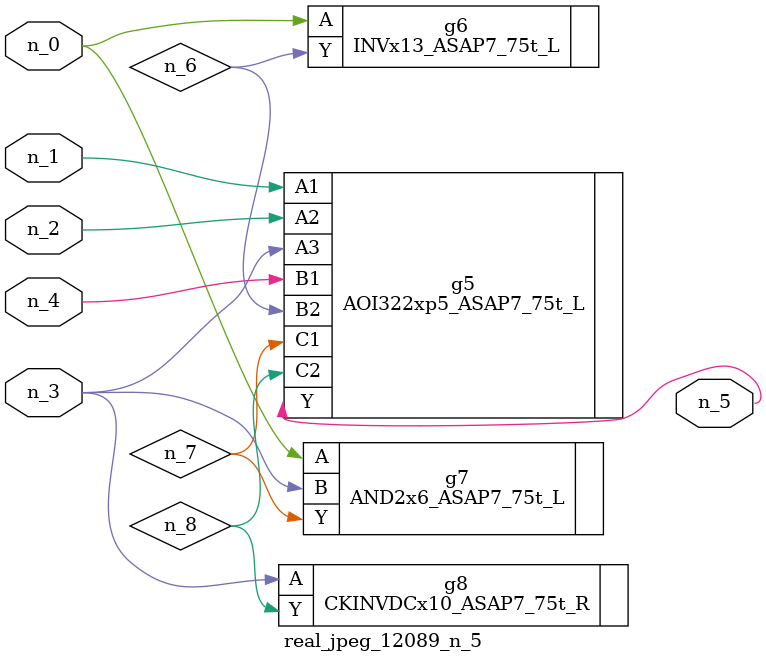
<source format=v>
module real_jpeg_12089_n_5 (n_4, n_0, n_1, n_2, n_3, n_5);

input n_4;
input n_0;
input n_1;
input n_2;
input n_3;

output n_5;

wire n_8;
wire n_6;
wire n_7;

INVx13_ASAP7_75t_L g6 ( 
.A(n_0),
.Y(n_6)
);

AND2x6_ASAP7_75t_L g7 ( 
.A(n_0),
.B(n_3),
.Y(n_7)
);

AOI322xp5_ASAP7_75t_L g5 ( 
.A1(n_1),
.A2(n_2),
.A3(n_3),
.B1(n_4),
.B2(n_6),
.C1(n_7),
.C2(n_8),
.Y(n_5)
);

CKINVDCx10_ASAP7_75t_R g8 ( 
.A(n_3),
.Y(n_8)
);


endmodule
</source>
